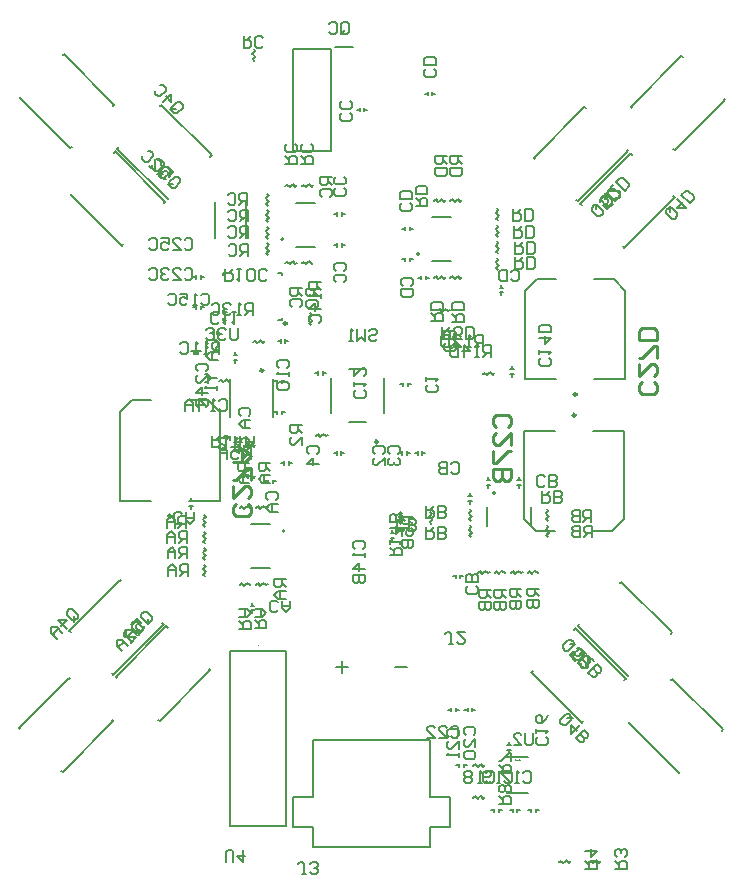
<source format=gbo>
G04*
G04 #@! TF.GenerationSoftware,Altium Limited,Altium Designer,25.8.1 (18)*
G04*
G04 Layer_Color=32896*
%FSLAX44Y44*%
%MOMM*%
G71*
G04*
G04 #@! TF.SameCoordinates,A8D3B3E1-CBBC-48C7-8EAF-3341E4FBDCCF*
G04*
G04*
G04 #@! TF.FilePolarity,Positive*
G04*
G01*
G75*
%ADD10C,0.2500*%
%ADD11C,0.2000*%
%ADD12C,0.2540*%
%ADD13C,0.1524*%
%ADD15C,0.1500*%
%ADD16C,0.1600*%
%ADD17C,0.1270*%
%ADD18C,0.1530*%
%ADD71C,0.1000*%
D10*
X-169438Y-85980D02*
G03*
X-169438Y-85980I-1250J0D01*
G01*
X-71838Y76914D02*
G03*
X-71838Y76914I-1250J0D01*
G01*
X173716Y16890D02*
G03*
X173716Y16890I-1250J0D01*
G01*
X-91714Y37294D02*
G03*
X-91714Y37294I-1250J0D01*
G01*
X5312Y-23244D02*
G03*
X5312Y-23244I-1250J0D01*
G01*
X172700Y-646D02*
G03*
X172700Y-646I-1250J0D01*
G01*
D11*
X-73372Y-98612D02*
G03*
X-73372Y-98612I-1000J0D01*
G01*
X-74412Y148266D02*
G03*
X-74412Y148266I-1000J0D01*
G01*
X104626Y-66549D02*
G03*
X104626Y-66549I-1000J0D01*
G01*
X40332Y135870D02*
G03*
X40332Y135870I-1000J0D01*
G01*
X-213188Y-72980D02*
X-186938D01*
X-154438D02*
X-128188D01*
Y2020D01*
X-213188Y-72980D02*
Y2020D01*
X-138188Y12020D02*
X-128188Y2020D01*
X-213188D02*
X-203188Y12020D01*
X-186938D01*
X-154438D02*
X-138188D01*
X-30902Y310824D02*
X-15902D01*
X-34402Y222724D02*
Y309224D01*
X-66402Y222724D02*
X-34402D01*
X-66402D02*
Y309224D01*
X-34402D01*
X129966Y29890D02*
X156216Y29890D01*
X188716D02*
X214966Y29890D01*
Y104890D01*
X129966Y29890D02*
Y104890D01*
X204966Y114890D02*
X214966Y104890D01*
X129966D02*
X139966Y114890D01*
X156216Y114890D01*
X188716D02*
X204966Y114890D01*
X-119714Y-2206D02*
Y29794D01*
X-83214Y-2206D02*
Y29794D01*
X10562Y1506D02*
Y31006D01*
X-19188Y38756D02*
X-4688D01*
X-34438Y1506D02*
Y31006D01*
X-19188Y-6244D02*
X-4688D01*
X187700Y-13646D02*
X213950D01*
X128950D02*
X155200D01*
X128950Y-88646D02*
Y-13646D01*
X213950Y-88646D02*
Y-13646D01*
X128950Y-88646D02*
X138950Y-98646D01*
X203950D02*
X213950Y-88646D01*
X187700Y-98646D02*
X203950Y-98646D01*
X138950D02*
X155200Y-98646D01*
X-120012Y-200230D02*
X-72012D01*
X-72012Y-348230D01*
X-120012D02*
X-72012D01*
X-120012D02*
X-120012Y-200230D01*
D12*
X-104271Y-75822D02*
X-101732Y-78362D01*
Y-83440D01*
X-104271Y-85979D01*
X-114428D01*
X-116967Y-83440D01*
Y-78362D01*
X-114428Y-75822D01*
X-116967Y-60587D02*
Y-70744D01*
X-106810Y-60587D01*
X-104271D01*
X-101732Y-63126D01*
Y-68205D01*
X-104271Y-70744D01*
X-101732Y-55509D02*
Y-45352D01*
X-104271D01*
X-114428Y-55509D01*
X-116967D01*
Y-40274D02*
X-106810D01*
X-101732Y-35195D01*
X-106810Y-30117D01*
X-116967D01*
X-109349D01*
Y-40274D01*
X238883Y27048D02*
X241422Y24509D01*
Y19430D01*
X238883Y16891D01*
X228726D01*
X226187Y19430D01*
Y24509D01*
X228726Y27048D01*
X226187Y42283D02*
Y32126D01*
X236344Y42283D01*
X238883D01*
X241422Y39744D01*
Y34665D01*
X238883Y32126D01*
X241422Y47361D02*
Y57518D01*
X238883D01*
X228726Y47361D01*
X226187D01*
X241422Y62596D02*
X226187D01*
Y70214D01*
X228726Y72753D01*
X238883D01*
X241422Y70214D01*
Y62596D01*
X105033Y-10804D02*
X102494Y-8264D01*
Y-3186D01*
X105033Y-647D01*
X115190D01*
X117729Y-3186D01*
Y-8264D01*
X115190Y-10804D01*
X117729Y-26039D02*
Y-15882D01*
X107572Y-26039D01*
X105033D01*
X102494Y-23500D01*
Y-18421D01*
X105033Y-15882D01*
X102494Y-31117D02*
Y-41274D01*
X105033D01*
X115190Y-31117D01*
X117729D01*
X102494Y-46352D02*
X117729D01*
Y-53970D01*
X115190Y-56509D01*
X112651D01*
X110112Y-53970D01*
Y-46352D01*
Y-53970D01*
X107572Y-56509D01*
X105033D01*
X102494Y-53970D01*
Y-46352D01*
D13*
X121885Y-292874D02*
G03*
X125511Y-292874I1813J2450D01*
G01*
X-218350Y221724D02*
X-217201Y222873D01*
X-211633Y142949D02*
X-210484Y144098D01*
X-175604Y178978D02*
X-174455Y180127D01*
X-217201Y222873D02*
X-174455Y180127D01*
X-254379Y185695D02*
X-253230Y186845D01*
X-254379Y185695D02*
X-211633Y142949D01*
X-261585Y303972D02*
X-260436Y305121D01*
X-254868Y225197D02*
X-253718Y226347D01*
X-218839Y261226D02*
X-217690Y262376D01*
X-260436Y305121D02*
X-217690Y262376D01*
X-297614Y267943D02*
X-296464Y269093D01*
X-297614Y267943D02*
X-254868Y225197D01*
X-179096Y260978D02*
X-177947Y262127D01*
X-172379Y182203D02*
X-171229Y183353D01*
X-136350Y218232D02*
X-135201Y219381D01*
X-177947Y262127D02*
X-135201Y219381D01*
X-215125Y224949D02*
X-213976Y226098D01*
X-215125Y224949D02*
X-172379Y182203D01*
X177926Y-260917D02*
X179076Y-259768D01*
X171209Y-182142D02*
X172358Y-180993D01*
X135180Y-218171D02*
X136329Y-217022D01*
X135180Y-218171D02*
X177926Y-260917D01*
X213955Y-224888D02*
X215104Y-223739D01*
X172358Y-180993D02*
X215104Y-223739D01*
X260415Y-303911D02*
X261565Y-302762D01*
X253698Y-225137D02*
X254847Y-223987D01*
X217669Y-261166D02*
X218818Y-260016D01*
X217669Y-261166D02*
X260415Y-303911D01*
X296444Y-267883D02*
X297593Y-266733D01*
X254847Y-223987D02*
X297593Y-266733D01*
X217180Y-221663D02*
X218330Y-220514D01*
X210463Y-142888D02*
X211612Y-141739D01*
X174434Y-178917D02*
X175584Y-177768D01*
X174434Y-178917D02*
X217180Y-221663D01*
X253209Y-185634D02*
X254359Y-184485D01*
X211612Y-141739D02*
X254359Y-184485D01*
X-255769Y-183048D02*
X-254619Y-184198D01*
X-176994Y-176331D02*
X-175844Y-177480D01*
X-213023Y-140302D02*
X-211873Y-141452D01*
X-255769Y-183048D02*
X-213023Y-140302D01*
X-219740Y-219077D02*
X-218590Y-220226D01*
X-175844Y-177480D01*
X-298763Y-265537D02*
X-297614Y-266686D01*
X-219988Y-258820D02*
X-218839Y-259969D01*
X-256017Y-222791D02*
X-254867Y-223940D01*
X-298763Y-265537D02*
X-256017Y-222791D01*
X-262734Y-301566D02*
X-261585Y-302715D01*
X-218839Y-259969D01*
X-216514Y-222302D02*
X-215365Y-223452D01*
X-137740Y-215585D02*
X-136590Y-216735D01*
X-173769Y-179556D02*
X-172619Y-180706D01*
X-216514Y-222302D02*
X-173769Y-179556D01*
X-180486Y-258331D02*
X-179336Y-259480D01*
X-136590Y-216735D01*
X219669Y260689D02*
X262415Y303435D01*
X263565Y302286D01*
X256848Y223511D02*
X299594Y266257D01*
X255698Y224660D02*
X256848Y223511D01*
X219669Y260689D02*
X220819Y259540D01*
X298444Y267406D02*
X299594Y266257D01*
X137421Y217454D02*
X180167Y260201D01*
X181316Y259051D01*
X174599Y180276D02*
X217345Y223022D01*
X173450Y181426D02*
X174599Y180276D01*
X137421Y217454D02*
X138570Y216305D01*
X216196Y224172D02*
X217345Y223022D01*
X176675Y178200D02*
X219421Y220946D01*
X220571Y219797D01*
X213853Y141022D02*
X256599Y183768D01*
X212704Y142172D02*
X213853Y141022D01*
X176675Y178200D02*
X177824Y177051D01*
X255450Y184918D02*
X256599Y183768D01*
X114935Y-290424D02*
X132461D01*
X114935Y-320904D02*
X132461D01*
D15*
X-126028Y117774D02*
Y119774D01*
X-123028D01*
X-76028Y117774D02*
Y119774D01*
X-79028D02*
X-76028D01*
X-126028Y79774D02*
Y81774D01*
Y79774D02*
X-123028D01*
X-76028D02*
Y81774D01*
X-79028Y79774D02*
X-76028D01*
D16*
X-74136Y-41164D02*
Y-39664D01*
X-70136Y-41164D02*
Y-39664D01*
Y-42664D02*
Y-41164D01*
X-74136Y-42664D02*
Y-41164D01*
X-70136D02*
X-67564D01*
X-76708D02*
X-74136D01*
X-142482Y-121730D02*
X-141085Y-123127D01*
X-142482Y-121730D02*
X-140196Y-119444D01*
X-141466Y-118174D02*
X-140196Y-119444D01*
X-141847Y-113221D02*
X-140450Y-114618D01*
X-142736Y-116904D02*
X-140450Y-114618D01*
X-142736Y-116904D02*
X-141466Y-118174D01*
X-142482Y-93790D02*
X-141085Y-95187D01*
X-142482Y-93790D02*
X-140196Y-91504D01*
X-141466Y-90234D02*
X-140196Y-91504D01*
X-141847Y-85281D02*
X-140450Y-86678D01*
X-142736Y-88964D02*
X-140450Y-86678D01*
X-142736Y-88964D02*
X-141466Y-90234D01*
X-142482Y-107760D02*
X-141085Y-109157D01*
X-142482Y-107760D02*
X-140196Y-105474D01*
X-141466Y-104204D02*
X-140196Y-105474D01*
X-141847Y-99251D02*
X-140450Y-100648D01*
X-142736Y-102934D02*
X-140450Y-100648D01*
X-142736Y-102934D02*
X-141466Y-104204D01*
X-154102Y-77292D02*
X-152602D01*
X-154102Y-73292D02*
X-152602D01*
X-151102D01*
X-152602Y-77292D02*
X-151102D01*
X-152602Y-73292D02*
Y-70720D01*
Y-79864D02*
Y-77292D01*
X-103326Y-52416D02*
X-102056Y-51146D01*
X-99770Y-53432D01*
X-98373Y-52035D01*
X-104596Y-53686D02*
X-103326Y-52416D01*
X-106882Y-51400D02*
X-104596Y-53686D01*
X-108279Y-52797D02*
X-106882Y-51400D01*
X-111621Y-78931D02*
X-110224Y-77534D01*
X-107938Y-79820D01*
X-106668Y-78550D01*
X-103112Y-79566D02*
X-101715Y-78169D01*
X-105398Y-77280D02*
X-103112Y-79566D01*
X-106668Y-78550D02*
X-105398Y-77280D01*
X-87344Y-56642D02*
Y-55142D01*
X-83344Y-56642D02*
Y-55142D01*
Y-58142D02*
Y-56642D01*
X-87344Y-58142D02*
Y-56642D01*
X-83344D02*
X-80772D01*
X-89916D02*
X-87344D01*
X-115765Y-19906D02*
X-113193D01*
X-122337D02*
X-119765D01*
X-115765D02*
Y-18406D01*
X-119765Y-19906D02*
Y-18406D01*
Y-21406D02*
Y-19906D01*
X-115765Y-21406D02*
Y-19906D01*
X-104596Y-27794D02*
X-103326Y-26524D01*
X-106882Y-25508D02*
X-104596Y-27794D01*
X-108279Y-26905D02*
X-106882Y-25508D01*
X-103326Y-26524D02*
X-102056Y-25254D01*
X-99770Y-27540D01*
X-98373Y-26143D01*
X-142482Y-135700D02*
X-141085Y-137097D01*
X-142482Y-135700D02*
X-140196Y-133414D01*
X-141466Y-132144D02*
X-140196Y-133414D01*
X-141847Y-127191D02*
X-140450Y-128588D01*
X-142736Y-130874D02*
X-140450Y-128588D01*
X-142736Y-130874D02*
X-141466Y-132144D01*
X-103112Y-144844D02*
X-101715Y-143447D01*
X-105398Y-142558D02*
X-103112Y-144844D01*
X-106668Y-143828D02*
X-105398Y-142558D01*
X-111621Y-144209D02*
X-110224Y-142812D01*
X-107938Y-145098D01*
X-106668Y-143828D01*
X-89396Y-144844D02*
X-87999Y-143447D01*
X-91682Y-142558D02*
X-89396Y-144844D01*
X-92952Y-143828D02*
X-91682Y-142558D01*
X-97905Y-144209D02*
X-96508Y-142812D01*
X-94222Y-145098D01*
X-92952Y-143828D01*
X-97905Y-78931D02*
X-96508Y-77534D01*
X-94222Y-79820D01*
X-92952Y-78550D01*
X-89396Y-79566D02*
X-87999Y-78169D01*
X-91682Y-77280D02*
X-89396Y-79566D01*
X-92952Y-78550D02*
X-91682Y-77280D01*
X-102338Y-165830D02*
X-100838D01*
X-102338Y-161830D02*
X-100838D01*
X-99338D01*
X-100838Y-165830D02*
X-99338D01*
X-100838Y-161830D02*
Y-159258D01*
Y-168402D02*
Y-165830D01*
X-52832Y82042D02*
X-51562Y80772D01*
X-52832Y82042D02*
X-50546Y84328D01*
X-51943Y85725D02*
X-50546Y84328D01*
X-51562Y80772D02*
X-50292Y79502D01*
X-52578Y77216D02*
X-50292Y79502D01*
X-52578Y77216D02*
X-51181Y75819D01*
X-89090Y150304D02*
X-87693Y148907D01*
X-89090Y150304D02*
X-86804Y152590D01*
X-88074Y153860D02*
X-86804Y152590D01*
X-88455Y158813D02*
X-87058Y157416D01*
X-89344Y155130D02*
X-87058Y157416D01*
X-89344Y155130D02*
X-88074Y153860D01*
X-144240Y116522D02*
X-141668D01*
X-150812D02*
X-148240D01*
X-144240D02*
Y118022D01*
X-148240Y116522D02*
Y118022D01*
Y115022D02*
Y116522D01*
X-144240Y115022D02*
Y116522D01*
X-89074Y164274D02*
X-87677Y162877D01*
X-89074Y164274D02*
X-86788Y166560D01*
X-88058Y167830D02*
X-86788Y166560D01*
X-88439Y172783D02*
X-87042Y171386D01*
X-89328Y169100D02*
X-87042Y171386D01*
X-89328Y169100D02*
X-88058Y167830D01*
X-89090Y178244D02*
X-87693Y176847D01*
X-89090Y178244D02*
X-86804Y180530D01*
X-88074Y181800D02*
X-86804Y180530D01*
X-88455Y186753D02*
X-87058Y185356D01*
X-89344Y183070D02*
X-87058Y185356D01*
X-89344Y183070D02*
X-88074Y181800D01*
X-89090Y136334D02*
X-87693Y134937D01*
X-89090Y136334D02*
X-86804Y138620D01*
X-88074Y139890D02*
X-86804Y138620D01*
X-88455Y144843D02*
X-87058Y143446D01*
X-89344Y141160D02*
X-87058Y143446D01*
X-89344Y141160D02*
X-88074Y139890D01*
X-144240Y90630D02*
X-141668D01*
X-150812D02*
X-148240D01*
X-144240D02*
Y92130D01*
X-148240Y90630D02*
Y92130D01*
Y89130D02*
Y90630D01*
X-144240Y89130D02*
Y90630D01*
X-6048Y256650D02*
Y258150D01*
X-10048Y256650D02*
Y258150D01*
Y259650D01*
X-6048Y258150D02*
Y259650D01*
X-12620Y258150D02*
X-10048D01*
X-6048D02*
X-3476D01*
X-99885Y309027D02*
X-98488Y307630D01*
X-100774Y305344D02*
X-98488Y307630D01*
X-100774Y305344D02*
X-99504Y304074D01*
X-100520Y300518D02*
X-99123Y299121D01*
X-100520Y300518D02*
X-98234Y302804D01*
X-99504Y304074D02*
X-98234Y302804D01*
X-64452Y192468D02*
X-63055Y193865D01*
X-66738Y194754D02*
X-64452Y192468D01*
X-68008Y193484D02*
X-66738Y194754D01*
X-72961Y193103D02*
X-71564Y194500D01*
X-69278Y192214D01*
X-68008Y193484D01*
X-59245Y127841D02*
X-57848Y129238D01*
X-55562Y126952D01*
X-54292Y128222D01*
X-50736Y127206D02*
X-49339Y128603D01*
X-53022Y129492D02*
X-50736Y127206D01*
X-54292Y128222D02*
X-53022Y129492D01*
X-50736Y192484D02*
X-49339Y193881D01*
X-53022Y194770D02*
X-50736Y192484D01*
X-54292Y193500D02*
X-53022Y194770D01*
X-59245Y193119D02*
X-57848Y194516D01*
X-55562Y192230D01*
X-54292Y193500D01*
X-72961Y127825D02*
X-71564Y129222D01*
X-69278Y126936D01*
X-68008Y128206D01*
X-64452Y127190D02*
X-63055Y128587D01*
X-66738Y129476D02*
X-64452Y127190D01*
X-68008Y128206D02*
X-66738Y129476D01*
X-24844Y168020D02*
Y169520D01*
X-28844Y168020D02*
Y169520D01*
Y171020D01*
X-24844Y169520D02*
Y171020D01*
X-31416Y169520D02*
X-28844D01*
X-24844D02*
X-22272D01*
X-28844Y143596D02*
Y145096D01*
X-24844Y143596D02*
Y145096D01*
Y142096D02*
Y143596D01*
X-28844Y142096D02*
Y143596D01*
X-24844D02*
X-22272D01*
X-31416D02*
X-28844D01*
X-124206Y28448D02*
X-122936Y29718D01*
X-120650Y27432D01*
X-119253Y28829D01*
X-125476Y27178D02*
X-124206Y28448D01*
X-127762Y29464D02*
X-125476Y27178D01*
X-129159Y28067D02*
X-127762Y29464D01*
X-95440Y61436D02*
X-94170Y62706D01*
X-91884Y60420D01*
X-90487Y61817D01*
X-96710Y60166D02*
X-95440Y61436D01*
X-98996Y62452D02*
X-96710Y60166D01*
X-100393Y61055D02*
X-98996Y62452D01*
X-130524Y69294D02*
X-127952D01*
X-137096D02*
X-134524D01*
X-130524D02*
Y70794D01*
X-134524Y69294D02*
Y70794D01*
Y67794D02*
Y69294D01*
X-130524Y67794D02*
Y69294D01*
X-115252Y50466D02*
Y53038D01*
Y43894D02*
Y46466D01*
X-116752Y50466D02*
X-115252D01*
X-116752Y46466D02*
X-115252D01*
X-113752D01*
X-115252Y50466D02*
X-113752D01*
X-72930Y60476D02*
Y61976D01*
X-76930Y60476D02*
Y61976D01*
X-76930Y63476D01*
X-72930D02*
X-72930Y61976D01*
X-79502D02*
X-76930D01*
X-72930D02*
X-70358D01*
X-150526Y53292D02*
Y54792D01*
X-146526Y53292D02*
Y54792D01*
Y51792D02*
Y53292D01*
X-150526Y51792D02*
Y53292D01*
X-146526D02*
X-143954D01*
X-153098D02*
X-150526D01*
X17780Y-100362D02*
Y-97790D01*
Y-106934D02*
Y-104362D01*
X16280Y-100362D02*
X17780Y-100362D01*
X16280Y-104362D02*
X17780Y-104362D01*
X19280Y-104362D01*
X17780Y-100362D02*
X19280Y-100362D01*
X-29500Y-32512D02*
Y-31012D01*
X-25500Y-32512D02*
Y-31012D01*
Y-34012D02*
Y-32512D01*
X-29500Y-34012D02*
Y-32512D01*
X-25500D02*
X-22928D01*
X-32072D02*
X-29500D01*
X71342Y-251436D02*
Y-249936D01*
X67342Y-251436D02*
Y-249936D01*
Y-248436D01*
X71342Y-249936D02*
Y-248436D01*
X64770Y-249936D02*
X67342D01*
X71342D02*
X73914D01*
X85312Y-251436D02*
Y-249936D01*
X81312Y-251436D02*
Y-249936D01*
Y-248436D01*
X85312Y-249936D02*
Y-248436D01*
X78740Y-249936D02*
X81312D01*
X85312D02*
X87884D01*
X148461Y-80176D02*
X149858Y-81573D01*
X147572Y-83859D02*
X149858Y-81573D01*
X147572Y-83859D02*
X148842Y-85129D01*
X147826Y-88685D02*
X149223Y-90082D01*
X147826Y-88685D02*
X150112Y-86399D01*
X148842Y-85129D02*
X150112Y-86399D01*
X140714Y-134659D02*
X142111Y-133262D01*
X138428Y-132373D02*
X140714Y-134659D01*
X137158Y-133643D02*
X138428Y-132373D01*
X132205Y-134024D02*
X133602Y-132627D01*
X135888Y-134913D01*
X137158Y-133643D01*
X126744Y-134659D02*
X128141Y-133262D01*
X124458Y-132373D02*
X126744Y-134659D01*
X123188Y-133643D02*
X124458Y-132373D01*
X118235Y-134024D02*
X119632Y-132627D01*
X121918Y-134913D01*
X123188Y-133643D01*
X82064Y-73413D02*
X83564D01*
X82064Y-69413D02*
X83564D01*
X85064D01*
X83564Y-73413D02*
X85064D01*
X83564Y-69413D02*
Y-66841D01*
Y-75985D02*
Y-73413D01*
X82548Y-88685D02*
X83945Y-90082D01*
X82548Y-88685D02*
X84834Y-86399D01*
X83564Y-85129D02*
X84834Y-86399D01*
X83183Y-80176D02*
X84580Y-81573D01*
X82294Y-83859D02*
X84580Y-81573D01*
X82294Y-83859D02*
X83564Y-85129D01*
X98804Y-134659D02*
X100201Y-133262D01*
X96518Y-132373D02*
X98804Y-134659D01*
X95248Y-133643D02*
X96518Y-132373D01*
X90295Y-134024D02*
X91692Y-132627D01*
X93978Y-134913D01*
X95248Y-133643D01*
X112774Y-134659D02*
X114171Y-133262D01*
X110488Y-132373D02*
X112774Y-134659D01*
X109218Y-133643D02*
X110488Y-132373D01*
X104265Y-134024D02*
X105662Y-132627D01*
X107948Y-134913D01*
X109218Y-133643D01*
X123466Y-59697D02*
X124966D01*
X123466Y-55697D02*
X124966D01*
X126466D01*
X124966Y-59697D02*
X126466D01*
X124966Y-55697D02*
Y-53125D01*
Y-62269D02*
Y-59697D01*
X99058Y-55697D02*
X100558D01*
X99058Y-59697D02*
X100558D01*
X97558D02*
X99058D01*
X97558Y-55697D02*
X99058D01*
Y-62269D02*
Y-59697D01*
Y-55697D02*
Y-53125D01*
X82548Y-102401D02*
X83945Y-103798D01*
X82548Y-102401D02*
X84834Y-100115D01*
X83564Y-98845D02*
X84834Y-100115D01*
X83183Y-93892D02*
X84580Y-95289D01*
X82294Y-97575D02*
X84580Y-95289D01*
X82294Y-97575D02*
X83564Y-98845D01*
X148461Y-93892D02*
X149858Y-95289D01*
X147572Y-97575D02*
X149858Y-95289D01*
X147572Y-97575D02*
X148842Y-98845D01*
X147826Y-102401D02*
X149223Y-103798D01*
X147826Y-102401D02*
X150112Y-100115D01*
X148842Y-98845D02*
X150112Y-100115D01*
X75166Y-138699D02*
Y-137199D01*
X71166Y-138699D02*
Y-137199D01*
Y-135699D01*
X75166Y-137199D02*
Y-135699D01*
X68594Y-137199D02*
X71166D01*
X75166D02*
X77738D01*
X49020Y-86653D02*
X50290Y-87923D01*
X49020Y-86653D02*
X51306Y-84367D01*
X49909Y-82970D02*
X51306Y-84367D01*
X50290Y-87923D02*
X51560Y-89193D01*
X49274Y-91479D02*
X51560Y-89193D01*
X49274Y-91479D02*
X50671Y-92876D01*
X24398Y-87923D02*
X25668Y-89193D01*
X23382Y-91479D02*
X25668Y-89193D01*
X23382Y-91479D02*
X24779Y-92876D01*
X23128Y-86653D02*
X24398Y-87923D01*
X23128Y-86653D02*
X25414Y-84367D01*
X24017Y-82970D02*
X25414Y-84367D01*
X39132Y-32512D02*
Y-31012D01*
X43132Y-31012D02*
X43132Y-32512D01*
X43132Y-34012D01*
X39132Y-32512D02*
X39132Y-34012D01*
X43132Y-32512D02*
X45704Y-32512D01*
X36560Y-32512D02*
X39132D01*
X26178Y-32512D02*
X26178Y-31012D01*
X30178D02*
X30178Y-32512D01*
X30178Y-34012D02*
X30178Y-32512D01*
X26178D02*
X26178Y-34012D01*
X30178Y-32512D02*
X32750D01*
X23606D02*
X26178D01*
X184023Y-379095D02*
X185420Y-377698D01*
X187706Y-379984D01*
X188976Y-378714D01*
X192532Y-379730D02*
X193929Y-378333D01*
X190246Y-377444D02*
X192532Y-379730D01*
X188976Y-378714D02*
X190246Y-377444D01*
X158623Y-379095D02*
X160020Y-377698D01*
X162306Y-379984D01*
X163576Y-378714D01*
X167132Y-379730D02*
X168529Y-378333D01*
X164846Y-377444D02*
X167132Y-379730D01*
X163576Y-378714D02*
X164846Y-377444D01*
X28480Y131302D02*
Y132802D01*
X32480Y131302D02*
Y132802D01*
X32480Y129802D02*
X32480Y131302D01*
X28480D02*
X28480Y129802D01*
X32480Y131302D02*
X35052D01*
X25908D02*
X28480D01*
X64770Y87376D02*
X66167Y88773D01*
X62484Y89662D02*
X64770Y87376D01*
X61214Y88392D02*
X62484Y89662D01*
X56261Y88011D02*
X57658Y89408D01*
X59944Y87122D01*
X61214Y88392D01*
X64897Y56769D02*
X66294Y58166D01*
X68580Y55880D01*
X69850Y57150D01*
X73406Y56134D02*
X74803Y57531D01*
X71120Y58420D02*
X73406Y56134D01*
X69850Y57150D02*
X71120Y58420D01*
X117372Y34068D02*
X118872Y34068D01*
X117372Y38068D02*
X118872Y38068D01*
X120372Y38068D01*
X118872Y34068D02*
X120372Y34068D01*
X118872Y38068D02*
Y40640D01*
Y31496D02*
Y34068D01*
X94107Y33909D02*
X95504Y35306D01*
X97790Y33020D01*
X99060Y34290D01*
X102616Y33274D02*
X104013Y34671D01*
X100330Y35560D02*
X102616Y33274D01*
X99060Y34290D02*
X100330Y35560D01*
X109982Y107410D02*
Y109982D01*
Y100838D02*
Y103410D01*
X108482Y107410D02*
X109982Y107410D01*
X108482Y103410D02*
X109982Y103410D01*
X111482Y103410D01*
X109982Y107410D02*
X111482Y107410D01*
X106426Y155432D02*
X107696Y154162D01*
X105410Y151876D02*
X107696Y154162D01*
X105410Y151876D02*
X106807Y150479D01*
X105156Y156702D02*
X106426Y155432D01*
X105156Y156702D02*
X107442Y158988D01*
X106045Y160385D02*
X107442Y158988D01*
X106426Y127492D02*
X107696Y126222D01*
X105410Y123936D02*
X107696Y126222D01*
X105410Y123936D02*
X106807Y122539D01*
X105156Y128762D02*
X106426Y127492D01*
X105156Y128762D02*
X107442Y131048D01*
X106045Y132445D02*
X107442Y131048D01*
X106426Y141462D02*
X107696Y140192D01*
X105410Y137906D02*
X107696Y140192D01*
X105410Y137906D02*
X106807Y136509D01*
X105156Y142732D02*
X106426Y141462D01*
X105156Y142732D02*
X107442Y145018D01*
X106045Y146415D02*
X107442Y145018D01*
X116586Y-286766D02*
Y-284194D01*
Y-280194D02*
Y-277622D01*
Y-284194D02*
X118086D01*
X116586Y-280194D02*
X118086Y-280194D01*
X115086D02*
X116586Y-280194D01*
X115086Y-284194D02*
X116586D01*
X139160Y-335280D02*
X141732D01*
X132588D02*
X135160D01*
X139160Y-333780D02*
X139160Y-335280D01*
X135160D02*
Y-333780D01*
Y-336780D02*
Y-335280D01*
X139160Y-336780D02*
X139160Y-335280D01*
X107918D02*
X110490D01*
X101346D02*
X103918D01*
X107918D02*
Y-333780D01*
X103918Y-333780D02*
X103918Y-335280D01*
X103918Y-336780D02*
X103918Y-335280D01*
X107918D02*
X107918Y-336780D01*
X123570Y-335280D02*
X126142Y-335280D01*
X116998D02*
X119570D01*
X123570Y-333780D02*
X123570Y-335280D01*
X119570Y-335280D02*
Y-333780D01*
Y-336780D02*
Y-335280D01*
X123570Y-336780D02*
Y-335280D01*
X78454Y-297248D02*
X81026D01*
X71882D02*
X74454D01*
X78454Y-295748D02*
X78454Y-297248D01*
X74454D02*
Y-295748D01*
Y-297248D02*
X74454Y-298748D01*
X78454D02*
X78454Y-297248D01*
X30956Y25400D02*
X33528Y25400D01*
X24384D02*
X26956D01*
X30956Y26900D02*
X30956Y25400D01*
X26956Y25400D02*
X26956Y26900D01*
X26956Y25400D02*
X26956Y23900D01*
X30956D02*
X30956Y25400D01*
X-82572Y27924D02*
X-80000D01*
X-76000D02*
X-73428D01*
X-80000D02*
X-80000Y26424D01*
X-76000D02*
X-76000Y27924D01*
Y29424D01*
X-80000Y27924D02*
Y29424D01*
X-40926Y35052D02*
X-38354D01*
X-47498D02*
X-44926Y35052D01*
X-40926Y36552D02*
X-40926Y35052D01*
X-44926Y35052D02*
X-44926Y36552D01*
X-44926Y35052D02*
X-44926Y33552D01*
X-40926D02*
X-40926Y35052D01*
X-76000Y1794D02*
X-73428D01*
X-82572D02*
X-80000D01*
X-76000Y3294D02*
X-76000Y1794D01*
X-80000D02*
X-80000Y3294D01*
X-80000Y1794D02*
X-80000Y294D01*
X-76000D02*
X-76000Y1794D01*
X91186Y-297282D02*
X92456Y-296012D01*
X94742Y-298298D01*
X96139Y-296901D01*
X89916Y-298552D02*
X91186Y-297282D01*
X87630Y-296266D02*
X89916Y-298552D01*
X86233Y-297663D02*
X87630Y-296266D01*
X91186Y-324190D02*
X92456Y-322920D01*
X94742Y-325206D01*
X96139Y-323809D01*
X89916Y-325460D02*
X91186Y-324190D01*
X87630Y-323174D02*
X89916Y-325460D01*
X86233Y-324571D02*
X87630Y-323174D01*
X-43180Y-18796D02*
X-41910Y-17526D01*
X-45466Y-16510D02*
X-43180Y-18796D01*
X-46863Y-17907D02*
X-45466Y-16510D01*
X-41910Y-17526D02*
X-40640Y-16256D01*
X-38354Y-18542D01*
X-36957Y-17145D01*
X51618Y271610D02*
X54190D01*
X45046D02*
X47618D01*
X51618Y273110D02*
X51618Y271610D01*
X47618D02*
X47618Y273110D01*
X47618Y271610D02*
X47618Y270110D01*
X51618Y270110D02*
X51618Y271610D01*
X32480Y157210D02*
X35052Y157210D01*
X25908Y157210D02*
X28480Y157210D01*
X32480Y158710D02*
X32480Y157210D01*
X28480Y157210D02*
X28480Y158710D01*
X28480Y157210D02*
X28480Y155710D01*
X32480Y155710D02*
X32480Y157210D01*
X46196Y115808D02*
X48768D01*
X39624D02*
X42196D01*
X46196Y117308D02*
X46196Y115808D01*
X42196D02*
X42196Y117308D01*
X42196Y114308D02*
Y115808D01*
X46196Y114308D02*
Y115808D01*
X106426Y169402D02*
X107696Y168132D01*
X105410Y165846D02*
X107696Y168132D01*
X105410Y165846D02*
X106807Y164449D01*
X105156Y170672D02*
X106426Y169402D01*
X105156Y170672D02*
X107442Y172958D01*
X106045Y174355D02*
X107442Y172958D01*
X71628Y181086D02*
X72898Y182356D01*
X75184Y180070D01*
X76581Y181467D01*
X70358Y179816D02*
X71628Y181086D01*
X68072Y182102D02*
X70358Y179816D01*
X66675Y180705D02*
X68072Y182102D01*
X57912Y181086D02*
X59182Y182356D01*
X61468Y180070D01*
X62865Y181467D01*
X56642Y179816D02*
X57912Y181086D01*
X54356Y182102D02*
X56642Y179816D01*
X52959Y180705D02*
X54356Y182102D01*
X56642Y114538D02*
X57912Y115808D01*
X54356Y116824D02*
X56642Y114538D01*
X52959Y115427D02*
X54356Y116824D01*
X57912Y115808D02*
X59182Y117078D01*
X61468Y114792D01*
X62865Y116189D01*
X70358Y114538D02*
X71628Y115808D01*
X68072Y116824D02*
X70358Y114538D01*
X66675Y115427D02*
X68072Y116824D01*
X71628Y115808D02*
X72898Y117078D01*
X75184Y114792D01*
X76581Y116189D01*
D17*
X-102222Y-92472D02*
X-86222D01*
X-102222Y-129652D02*
X-86222D01*
X-106116Y149776D02*
Y180176D01*
X-132516Y149776D02*
Y180176D01*
X-63562Y142126D02*
X-47562D01*
X-63562Y179306D02*
X-47562D01*
X97486Y-94399D02*
Y-78399D01*
X134666Y-94399D02*
Y-78399D01*
X51182Y166910D02*
X67182D01*
X51182Y129730D02*
X67182D01*
X-30000Y-214050D02*
X-20000D01*
X-25000Y-219050D02*
Y-209050D01*
X20000Y-214050D02*
X30000D01*
X-49500Y-276050D02*
X49500D01*
X-49500D02*
X-49500Y-324050D01*
X-66500Y-324050D02*
X-49500Y-324050D01*
X-66500Y-349050D02*
Y-324050D01*
Y-349050D02*
X-49500Y-349050D01*
Y-366050D02*
Y-349050D01*
Y-366050D02*
X49500D01*
Y-349050D01*
X66500Y-349050D01*
Y-324050D01*
X49500Y-324050D02*
X66500Y-324050D01*
X49500Y-324050D02*
X49500Y-276050D01*
D18*
X-87699Y-72770D02*
X-89365Y-71104D01*
Y-67771D01*
X-87699Y-66105D01*
X-81035D01*
X-79369Y-67771D01*
Y-71104D01*
X-81035Y-72770D01*
X-79369Y-76102D02*
X-86033D01*
X-89365Y-79434D01*
X-86033Y-82767D01*
X-79369D01*
X-84367D01*
Y-76102D01*
X-155995Y-121918D02*
Y-111922D01*
X-160994D01*
X-162660Y-113588D01*
Y-116920D01*
X-160994Y-118586D01*
X-155995D01*
X-159328D02*
X-162660Y-121918D01*
X-165992D02*
Y-115254D01*
X-169324Y-111922D01*
X-172657Y-115254D01*
Y-121918D01*
Y-116920D01*
X-165992D01*
X-156757Y-96010D02*
Y-86014D01*
X-161756D01*
X-163422Y-87680D01*
Y-91012D01*
X-161756Y-92678D01*
X-156757D01*
X-160090D02*
X-163422Y-96010D01*
X-166754D02*
Y-89346D01*
X-170086Y-86014D01*
X-173419Y-89346D01*
Y-96010D01*
Y-91012D01*
X-166754D01*
X-156503Y-108710D02*
Y-98714D01*
X-161502D01*
X-163168Y-100380D01*
Y-103712D01*
X-161502Y-105378D01*
X-156503D01*
X-159836D02*
X-163168Y-108710D01*
X-166500D02*
Y-102046D01*
X-169832Y-98714D01*
X-173165Y-102046D01*
Y-108710D01*
Y-103712D01*
X-166500D01*
X-160599Y-90784D02*
X-162265Y-92450D01*
X-165597D01*
X-167263Y-90784D01*
Y-84120D01*
X-165597Y-82454D01*
X-162265D01*
X-160599Y-84120D01*
X-157266Y-82454D02*
Y-89118D01*
X-153934Y-92450D01*
X-150602Y-89118D01*
Y-82454D01*
Y-87452D01*
X-157266D01*
X-101935Y-37618D02*
Y-27622D01*
X-106933D01*
X-108600Y-29288D01*
Y-32620D01*
X-106933Y-34286D01*
X-101935D01*
X-105267D02*
X-108600Y-37618D01*
X-118596Y-27622D02*
X-111932D01*
Y-32620D01*
X-115264Y-30954D01*
X-116930D01*
X-118596Y-32620D01*
Y-35952D01*
X-116930Y-37618D01*
X-113598D01*
X-111932Y-35952D01*
X-121929Y-37618D02*
Y-30954D01*
X-125261Y-27622D01*
X-128593Y-30954D01*
Y-37618D01*
Y-32620D01*
X-121929D01*
X-103448Y-41279D02*
X-113444D01*
Y-46278D01*
X-111778Y-47944D01*
X-108446D01*
X-106780Y-46278D01*
Y-41279D01*
Y-44612D02*
X-103448Y-47944D01*
Y-51276D02*
X-110112D01*
X-113444Y-54608D01*
X-110112Y-57941D01*
X-103448D01*
X-108446D01*
Y-51276D01*
X-110774Y-1144D02*
X-112440Y522D01*
Y3855D01*
X-110774Y5521D01*
X-104110D01*
X-102444Y3855D01*
Y522D01*
X-104110Y-1144D01*
X-102444Y-4476D02*
X-109108D01*
X-112440Y-7808D01*
X-109108Y-11141D01*
X-102444D01*
X-107442D01*
Y-4476D01*
X-129405Y11491D02*
X-127739Y13157D01*
X-124407D01*
X-122741Y11491D01*
Y4826D01*
X-124407Y3160D01*
X-127739D01*
X-129405Y4826D01*
X-132738Y3160D02*
X-136070D01*
X-134404D01*
Y13157D01*
X-132738Y11491D01*
X-146067Y3160D02*
Y13157D01*
X-141068Y8159D01*
X-147733D01*
X-151065Y3160D02*
Y9825D01*
X-154397Y13157D01*
X-157730Y9825D01*
Y3160D01*
Y8159D01*
X-151065D01*
X-134790Y-17970D02*
Y-27966D01*
X-129792D01*
X-128126Y-26300D01*
Y-22968D01*
X-129792Y-21302D01*
X-134790D01*
X-131458D02*
X-128126Y-17970D01*
X-124794D02*
X-121461D01*
X-123127D01*
Y-27966D01*
X-124794Y-26300D01*
X-111465Y-17970D02*
Y-27966D01*
X-116463Y-22968D01*
X-109798D01*
X-106466Y-17970D02*
Y-24634D01*
X-103134Y-27966D01*
X-99802Y-24634D01*
Y-17970D01*
Y-22968D01*
X-106466D01*
X-155233Y-136904D02*
Y-126908D01*
X-160232D01*
X-161898Y-128574D01*
Y-131906D01*
X-160232Y-133572D01*
X-155233D01*
X-158566D02*
X-161898Y-136904D01*
X-165230D02*
Y-130240D01*
X-168562Y-126908D01*
X-171895Y-130240D01*
Y-136904D01*
Y-131906D01*
X-165230D01*
X-111920Y-181639D02*
X-101924D01*
Y-176640D01*
X-103590Y-174974D01*
X-106922D01*
X-108588Y-176640D01*
Y-181639D01*
Y-178307D02*
X-111920Y-174974D01*
Y-171642D02*
X-105256D01*
X-101924Y-168310D01*
X-105256Y-164977D01*
X-111920D01*
X-106922D01*
Y-171642D01*
X-98966Y-181131D02*
X-88970D01*
Y-176132D01*
X-90636Y-174466D01*
X-93968D01*
X-95634Y-176132D01*
Y-181131D01*
Y-177799D02*
X-98966Y-174466D01*
Y-171134D02*
X-92302D01*
X-88970Y-167802D01*
X-92302Y-164469D01*
X-98966D01*
X-93968D01*
Y-171134D01*
X-72460Y-139577D02*
X-82457D01*
Y-144576D01*
X-80790Y-146242D01*
X-77458D01*
X-75792Y-144576D01*
Y-139577D01*
Y-142910D02*
X-72460Y-146242D01*
Y-149574D02*
X-79124D01*
X-82457Y-152906D01*
X-79124Y-156239D01*
X-72460D01*
X-77458D01*
Y-149574D01*
X-85668Y-41533D02*
X-95665D01*
Y-46532D01*
X-93998Y-48198D01*
X-90666D01*
X-89000Y-46532D01*
Y-41533D01*
Y-44866D02*
X-85668Y-48198D01*
Y-51530D02*
X-92332D01*
X-95665Y-54862D01*
X-92332Y-58195D01*
X-85668D01*
X-90666D01*
Y-51530D01*
X-79120Y-165892D02*
X-80786Y-167558D01*
X-84118D01*
X-85785Y-165892D01*
Y-159228D01*
X-84118Y-157562D01*
X-80786D01*
X-79120Y-159228D01*
X-75788Y-157562D02*
Y-164226D01*
X-72456Y-167558D01*
X-69123Y-164226D01*
Y-157562D01*
Y-162560D01*
X-75788D01*
X-171287Y196670D02*
X-166575Y201383D01*
X-164219D01*
X-161863Y199026D01*
Y196670D01*
X-166575Y191957D01*
X-168931D01*
X-171287Y194314D01*
X-167753Y195492D02*
X-172466D01*
X-171287Y194314D02*
Y196670D01*
X-172466Y209629D02*
X-167753Y204917D01*
X-171287Y201383D01*
X-172466Y204917D01*
X-173644Y206095D01*
X-176000D01*
X-178356Y203739D01*
Y201383D01*
X-176000Y199026D01*
X-173644D01*
X-180713Y215520D02*
X-178356Y215520D01*
X-176000Y213164D01*
Y210808D01*
X-180713Y206095D01*
X-183069D01*
X-185425Y208451D01*
X-185425Y210808D01*
X-169326Y259752D02*
X-164614Y264464D01*
X-162258D01*
X-159901Y262108D01*
Y259752D01*
X-164614Y255039D01*
X-166970D01*
X-169326Y257395D01*
X-165792Y258573D02*
X-170504D01*
X-169326Y257395D02*
Y259752D01*
X-176395Y264464D02*
X-169326Y271533D01*
Y264464D01*
X-174039Y269177D01*
X-178751Y278602D02*
X-176395Y278602D01*
X-174039Y276245D01*
Y273889D01*
X-178751Y269177D01*
X-181108D01*
X-183464Y271533D01*
X-183464Y273889D01*
X-180160Y204490D02*
X-175448Y209202D01*
X-173092D01*
X-170735Y206846D01*
Y204490D01*
X-175448Y199777D01*
X-177804D01*
X-180160Y202134D01*
X-176626Y203312D02*
X-181338D01*
X-180160Y202134D02*
Y204490D01*
X-188407Y210380D02*
X-183695Y205668D01*
Y215093D01*
X-182517Y216271D01*
X-180160Y216271D01*
X-177804Y213915D01*
Y211558D01*
X-189585Y223340D02*
X-187229Y223340D01*
X-184873Y220984D01*
Y218627D01*
X-189585Y213915D01*
X-191942D01*
X-194298Y216271D01*
X-194298Y218627D01*
X-43008Y112236D02*
X-53004D01*
Y107238D01*
X-51338Y105572D01*
X-48006D01*
X-46340Y107238D01*
Y112236D01*
Y108904D02*
X-43008Y105572D01*
Y102240D02*
Y98907D01*
Y100573D01*
X-53004D01*
X-51338Y102240D01*
X-43008Y88911D02*
X-53004D01*
X-48006Y93909D01*
Y87244D01*
X-51338Y77248D02*
X-53004Y78914D01*
Y82246D01*
X-51338Y83912D01*
X-44674D01*
X-43008Y82246D01*
Y78914D01*
X-44674Y77248D01*
X-123738Y122860D02*
Y112863D01*
X-118740D01*
X-117073Y114529D01*
Y117861D01*
X-118740Y119528D01*
X-123738D01*
X-120406D02*
X-117073Y122860D01*
X-113741D02*
X-110409D01*
X-112075D01*
Y112863D01*
X-113741Y114529D01*
X-105411D02*
X-103744Y112863D01*
X-100412D01*
X-98746Y114529D01*
Y121194D01*
X-100412Y122860D01*
X-103744D01*
X-105411Y121194D01*
Y114529D01*
X-88749D02*
X-90415Y112863D01*
X-93748D01*
X-95414Y114529D01*
Y121194D01*
X-93748Y122860D01*
X-90415D01*
X-88749Y121194D01*
X-104635Y149132D02*
Y159128D01*
X-109634D01*
X-111300Y157462D01*
Y154130D01*
X-109634Y152464D01*
X-104635D01*
X-107968D02*
X-111300Y149132D01*
X-121297Y157462D02*
X-119630Y159128D01*
X-116298D01*
X-114632Y157462D01*
Y150798D01*
X-116298Y149132D01*
X-119630D01*
X-121297Y150798D01*
X-158317Y147919D02*
X-156651Y149585D01*
X-153319D01*
X-151652Y147919D01*
Y141254D01*
X-153319Y139588D01*
X-156651D01*
X-158317Y141254D01*
X-168314Y139588D02*
X-161649D01*
X-168314Y146253D01*
Y147919D01*
X-166648Y149585D01*
X-163315D01*
X-161649Y147919D01*
X-178311Y149585D02*
X-171646D01*
Y144587D01*
X-174978Y146253D01*
X-176644D01*
X-178311Y144587D01*
Y141254D01*
X-176644Y139588D01*
X-173312D01*
X-171646Y141254D01*
X-188307Y147919D02*
X-186641Y149585D01*
X-183309D01*
X-181643Y147919D01*
Y141254D01*
X-183309Y139588D01*
X-186641D01*
X-188307Y141254D01*
X-104635Y163356D02*
Y173352D01*
X-109634D01*
X-111300Y171686D01*
Y168354D01*
X-109634Y166688D01*
X-104635D01*
X-107968D02*
X-111300Y163356D01*
X-121297Y171686D02*
X-119630Y173352D01*
X-116298D01*
X-114632Y171686D01*
Y165022D01*
X-116298Y163356D01*
X-119630D01*
X-121297Y165022D01*
X-105143Y177580D02*
Y187576D01*
X-110142D01*
X-111808Y185910D01*
Y182578D01*
X-110142Y180912D01*
X-105143D01*
X-108476D02*
X-111808Y177580D01*
X-121805Y185910D02*
X-120139Y187576D01*
X-116806D01*
X-115140Y185910D01*
Y179246D01*
X-116806Y177580D01*
X-120139D01*
X-121805Y179246D01*
X-104381Y134400D02*
Y144396D01*
X-109380D01*
X-111046Y142730D01*
Y139398D01*
X-109380Y137732D01*
X-104381D01*
X-107714D02*
X-111046Y134400D01*
X-121043Y142730D02*
X-119376Y144396D01*
X-116044D01*
X-114378Y142730D01*
Y136066D01*
X-116044Y134400D01*
X-119376D01*
X-121043Y136066D01*
X-113353Y73276D02*
Y64946D01*
X-115019Y63280D01*
X-118351D01*
X-120017Y64946D01*
Y73276D01*
X-123350Y71610D02*
X-125016Y73276D01*
X-128348D01*
X-130014Y71610D01*
Y69944D01*
X-128348Y68278D01*
X-126682D01*
X-128348D01*
X-130014Y66612D01*
Y64946D01*
X-128348Y63280D01*
X-125016D01*
X-123350Y64946D01*
X-140011Y71610D02*
X-138345Y73276D01*
X-135013D01*
X-133347Y71610D01*
Y64946D01*
X-135013Y63280D01*
X-138345D01*
X-140011Y64946D01*
X-158317Y122027D02*
X-156651Y123693D01*
X-153319D01*
X-151652Y122027D01*
Y115362D01*
X-153319Y113696D01*
X-156651D01*
X-158317Y115362D01*
X-168314Y113696D02*
X-161649D01*
X-168314Y120361D01*
Y122027D01*
X-166648Y123693D01*
X-163315D01*
X-161649Y122027D01*
X-171646D02*
X-173312Y123693D01*
X-176644D01*
X-178311Y122027D01*
Y120361D01*
X-176644Y118695D01*
X-174978D01*
X-176644D01*
X-178311Y117028D01*
Y115362D01*
X-176644Y113696D01*
X-173312D01*
X-171646Y115362D01*
X-188307Y122027D02*
X-186641Y123693D01*
X-183309D01*
X-181643Y122027D01*
Y115362D01*
X-183309Y113696D01*
X-186641D01*
X-188307Y115362D01*
X-17924Y254960D02*
X-16258Y253294D01*
Y249961D01*
X-17924Y248295D01*
X-24588D01*
X-26254Y249961D01*
Y253294D01*
X-24588Y254960D01*
X-17924Y264956D02*
X-16258Y263290D01*
Y259958D01*
X-17924Y258292D01*
X-24588D01*
X-26254Y259958D01*
Y263290D01*
X-24588Y264956D01*
X-108343Y320164D02*
Y310168D01*
X-103344D01*
X-101678Y311834D01*
Y315166D01*
X-103344Y316832D01*
X-108343D01*
X-105010D02*
X-101678Y320164D01*
X-91681Y311834D02*
X-93348Y310168D01*
X-96680D01*
X-98346Y311834D01*
Y318498D01*
X-96680Y320164D01*
X-93348D01*
X-91681Y318498D01*
X-33292Y200815D02*
X-43288D01*
Y195816D01*
X-41622Y194150D01*
X-38290D01*
X-36624Y195816D01*
Y200815D01*
Y197482D02*
X-33292Y194150D01*
X-41622Y184153D02*
X-43288Y185819D01*
Y189152D01*
X-41622Y190818D01*
X-34958D01*
X-33292Y189152D01*
Y185819D01*
X-34958Y184153D01*
X-73260Y212347D02*
X-63264D01*
Y217346D01*
X-64930Y219012D01*
X-68262D01*
X-69928Y217346D01*
Y212347D01*
Y215680D02*
X-73260Y219012D01*
X-64930Y229009D02*
X-63264Y227342D01*
Y224010D01*
X-64930Y222344D01*
X-71594D01*
X-73260Y224010D01*
Y227342D01*
X-71594Y229009D01*
X-45484Y106581D02*
X-55480D01*
Y101582D01*
X-53814Y99916D01*
X-50482D01*
X-48816Y101582D01*
Y106581D01*
Y103248D02*
X-45484Y99916D01*
X-53814Y89919D02*
X-55480Y91586D01*
Y94918D01*
X-53814Y96584D01*
X-47150D01*
X-45484Y94918D01*
Y91586D01*
X-47150Y89919D01*
X-59544Y212093D02*
X-49548D01*
Y217092D01*
X-51214Y218758D01*
X-54546D01*
X-56212Y217092D01*
Y212093D01*
Y215426D02*
X-59544Y218758D01*
X-51214Y228755D02*
X-49548Y227089D01*
Y223756D01*
X-51214Y222090D01*
X-57878D01*
X-59544Y223756D01*
Y227089D01*
X-57878Y228755D01*
X-58676Y107327D02*
X-68672D01*
Y102328D01*
X-67006Y100662D01*
X-63674D01*
X-62008Y102328D01*
Y107327D01*
Y103994D02*
X-58676Y100662D01*
X-67006Y90665D02*
X-68672Y92331D01*
Y95664D01*
X-67006Y97330D01*
X-60342D01*
X-58676Y95664D01*
Y92331D01*
X-60342Y90665D01*
X-23274Y191326D02*
X-21608Y189660D01*
Y186327D01*
X-23274Y184661D01*
X-29938D01*
X-31604Y186327D01*
Y189660D01*
X-29938Y191326D01*
X-23274Y201323D02*
X-21608Y199657D01*
Y196324D01*
X-23274Y194658D01*
X-29938D01*
X-31604Y196324D01*
Y199657D01*
X-29938Y201323D01*
X-29684Y121760D02*
X-31350Y123426D01*
Y126758D01*
X-29684Y128425D01*
X-23020D01*
X-21354Y126758D01*
Y123426D01*
X-23020Y121760D01*
X-29684Y111763D02*
X-31350Y113429D01*
Y116762D01*
X-29684Y118428D01*
X-23020D01*
X-21354Y116762D01*
Y113429D01*
X-23020Y111763D01*
X-26000Y323726D02*
Y330391D01*
X-24334Y332057D01*
X-21001D01*
X-19335Y330391D01*
Y323726D01*
X-21001Y322060D01*
X-24334D01*
X-22667Y325392D02*
X-26000Y322060D01*
X-24334D02*
X-26000Y323726D01*
X-35996Y330391D02*
X-34330Y332057D01*
X-30998D01*
X-29332Y330391D01*
Y323726D01*
X-30998Y322060D01*
X-34330D01*
X-35996Y323726D01*
X-128745Y51514D02*
Y61511D01*
X-133744D01*
X-135410Y59845D01*
Y56512D01*
X-133744Y54846D01*
X-128745D01*
X-132078D02*
X-135410Y51514D01*
X-138742D02*
X-142074D01*
X-140408D01*
Y61511D01*
X-138742Y59845D01*
X-147073Y51514D02*
X-150405D01*
X-148739D01*
Y61511D01*
X-147073Y59845D01*
X-162068D02*
X-160402Y61511D01*
X-157070D01*
X-155403Y59845D01*
Y53180D01*
X-157070Y51514D01*
X-160402D01*
X-162068Y53180D01*
X-100416Y84502D02*
Y94499D01*
X-105414D01*
X-107080Y92833D01*
Y89501D01*
X-105414Y87834D01*
X-100416D01*
X-103748D02*
X-107080Y84502D01*
X-110413D02*
X-113745D01*
X-112079D01*
Y94499D01*
X-110413Y92833D01*
X-118743D02*
X-120410Y94499D01*
X-123742D01*
X-125408Y92833D01*
Y91167D01*
X-123742Y89501D01*
X-122076D01*
X-123742D01*
X-125408Y87834D01*
Y86168D01*
X-123742Y84502D01*
X-120410D01*
X-118743Y86168D01*
X-135405Y92833D02*
X-133739Y94499D01*
X-130406D01*
X-128740Y92833D01*
Y86168D01*
X-130406Y84502D01*
X-133739D01*
X-135405Y86168D01*
X-144164Y100691D02*
X-142498Y102357D01*
X-139166D01*
X-137500Y100691D01*
Y94026D01*
X-139166Y92360D01*
X-142498D01*
X-144164Y94026D01*
X-147497Y92360D02*
X-150829D01*
X-149163D01*
Y102357D01*
X-147497Y100691D01*
X-162492Y102357D02*
X-155827D01*
Y97359D01*
X-159160Y99025D01*
X-160826D01*
X-162492Y97359D01*
Y94026D01*
X-160826Y92360D01*
X-157494D01*
X-155827Y94026D01*
X-172489Y100691D02*
X-170823Y102357D01*
X-167490D01*
X-165824Y100691D01*
Y94026D01*
X-167490Y92360D01*
X-170823D01*
X-172489Y94026D01*
X-146649Y36389D02*
X-148315Y38055D01*
Y41387D01*
X-146649Y43053D01*
X-139984D01*
X-138318Y41387D01*
Y38055D01*
X-139984Y36389D01*
X-138318Y26392D02*
Y33057D01*
X-144983Y26392D01*
X-146649D01*
X-148315Y28058D01*
Y31391D01*
X-146649Y33057D01*
X-138318Y18061D02*
X-148315D01*
X-143316Y23060D01*
Y16395D01*
X-146649Y6399D02*
X-148315Y8065D01*
Y11397D01*
X-146649Y13063D01*
X-139984D01*
X-138318Y11397D01*
Y8065D01*
X-139984Y6399D01*
X-78516Y39359D02*
X-80182Y41026D01*
Y44358D01*
X-78516Y46024D01*
X-71852D01*
X-70186Y44358D01*
Y41026D01*
X-71852Y39359D01*
X-70186Y36027D02*
Y32695D01*
Y34361D01*
X-80182D01*
X-78516Y36027D01*
Y27696D02*
X-80182Y26030D01*
Y22698D01*
X-78516Y21032D01*
X-71852D01*
X-70186Y22698D01*
Y26030D01*
X-71852Y27696D01*
X-78516D01*
X-138650Y56482D02*
X-140316Y58148D01*
Y61480D01*
X-138650Y63147D01*
X-131986D01*
X-130320Y61480D01*
Y58148D01*
X-131986Y56482D01*
X-130320Y53150D02*
X-136984D01*
X-140316Y49818D01*
X-136984Y46485D01*
X-130320D01*
X-135318D01*
Y53150D01*
X-140877Y33797D02*
X-139211D01*
X-135879Y30464D01*
X-139211Y27132D01*
X-140877D01*
X-135879Y30464D02*
X-130880D01*
Y23800D02*
Y20468D01*
Y22134D01*
X-140877D01*
X-139211Y23800D01*
X-1981Y70767D02*
X-315Y72433D01*
X3018D01*
X4684Y70767D01*
Y69101D01*
X3018Y67435D01*
X-315D01*
X-1981Y65768D01*
Y64102D01*
X-315Y62436D01*
X3018D01*
X4684Y64102D01*
X-5313Y72433D02*
Y62436D01*
X-8645Y65768D01*
X-11978Y62436D01*
Y72433D01*
X-15310Y62436D02*
X-18642D01*
X-16976D01*
Y72433D01*
X-15310Y70767D01*
X-13617Y-114003D02*
X-15283Y-112336D01*
Y-109004D01*
X-13617Y-107338D01*
X-6952D01*
X-5286Y-109004D01*
Y-112336D01*
X-6952Y-114003D01*
X-5286Y-117335D02*
Y-120667D01*
Y-119001D01*
X-15283D01*
X-13617Y-117335D01*
X-5286Y-130664D02*
X-15283D01*
X-10285Y-125666D01*
Y-132330D01*
X-15283Y-135662D02*
X-5286D01*
Y-140661D01*
X-6952Y-142327D01*
X-8618D01*
X-10285Y-140661D01*
Y-135662D01*
Y-140661D01*
X-11951Y-142327D01*
X-13617D01*
X-15283Y-140661D01*
Y-135662D01*
X-52801Y-33255D02*
X-54467Y-31589D01*
Y-28256D01*
X-52801Y-26590D01*
X-46136D01*
X-44470Y-28256D01*
Y-31589D01*
X-46136Y-33255D01*
X-44470Y-41585D02*
X-54467D01*
X-49468Y-36587D01*
Y-43252D01*
X65756Y-273386D02*
X64090Y-271719D01*
Y-268387D01*
X65756Y-266721D01*
X72420D01*
X74086Y-268387D01*
Y-271719D01*
X72420Y-273386D01*
X74086Y-283382D02*
Y-276718D01*
X67422Y-283382D01*
X65756D01*
X64090Y-281716D01*
Y-278384D01*
X65756Y-276718D01*
X74086Y-286715D02*
Y-290047D01*
Y-288381D01*
X64090D01*
X65756Y-286715D01*
X79726Y-271719D02*
X78060Y-270053D01*
Y-266721D01*
X79726Y-265055D01*
X86390D01*
X88056Y-266721D01*
Y-270053D01*
X86390Y-271719D01*
X88056Y-281716D02*
Y-275052D01*
X81392Y-281716D01*
X79726D01*
X78060Y-280050D01*
Y-276718D01*
X79726Y-275052D01*
Y-285049D02*
X78060Y-286715D01*
Y-290047D01*
X79726Y-291713D01*
X86390D01*
X88056Y-290047D01*
Y-286715D01*
X86390Y-285049D01*
X79726D01*
X186145Y-91143D02*
Y-81147D01*
X181146D01*
X179480Y-82813D01*
Y-86145D01*
X181146Y-87811D01*
X186145D01*
X182812D02*
X179480Y-91143D01*
X176148Y-81147D02*
Y-91143D01*
X171149D01*
X169483Y-89477D01*
Y-87811D01*
X171149Y-86145D01*
X176148D01*
X171149D01*
X169483Y-84479D01*
Y-82813D01*
X171149Y-81147D01*
X176148D01*
X144591Y-64637D02*
Y-74633D01*
X149590D01*
X151256Y-72967D01*
Y-69635D01*
X149590Y-67969D01*
X144591D01*
X147923D02*
X151256Y-64637D01*
X154588Y-74633D02*
Y-64637D01*
X159586D01*
X161252Y-66303D01*
Y-67969D01*
X159586Y-69635D01*
X154588D01*
X159586D01*
X161252Y-71301D01*
Y-72967D01*
X159586Y-74633D01*
X154588D01*
X141918Y-147410D02*
X131922D01*
Y-152409D01*
X133588Y-154075D01*
X136920D01*
X138586Y-152409D01*
Y-147410D01*
Y-150743D02*
X141918Y-154075D01*
X131922Y-157407D02*
X141918D01*
Y-162405D01*
X140252Y-164072D01*
X138586D01*
X136920Y-162405D01*
Y-157407D01*
Y-162405D01*
X135254Y-164072D01*
X133588D01*
X131922Y-162405D01*
Y-157407D01*
X126932Y-148172D02*
X116936D01*
Y-153171D01*
X118602Y-154837D01*
X121934D01*
X123600Y-153171D01*
Y-148172D01*
Y-151505D02*
X126932Y-154837D01*
X116936Y-158169D02*
X126932D01*
Y-163167D01*
X125266Y-164834D01*
X123600D01*
X121934Y-163167D01*
Y-158169D01*
Y-163167D01*
X120268Y-164834D01*
X118602D01*
X116936Y-163167D01*
Y-158169D01*
X28066Y-96843D02*
X26400Y-98510D01*
X23067D01*
X21401Y-96843D01*
Y-90179D01*
X23067Y-88513D01*
X26400D01*
X28066Y-90179D01*
X31398Y-98510D02*
Y-88513D01*
X36396D01*
X38063Y-90179D01*
Y-91845D01*
X36396Y-93511D01*
X31398D01*
X36396D01*
X38063Y-95177D01*
Y-96843D01*
X36396Y-98510D01*
X31398D01*
X46547Y-77845D02*
Y-87842D01*
X51546D01*
X53212Y-86175D01*
Y-82843D01*
X51546Y-81177D01*
X46547D01*
X49879D02*
X53212Y-77845D01*
X56544Y-87842D02*
Y-77845D01*
X61542D01*
X63208Y-79511D01*
Y-81177D01*
X61542Y-82843D01*
X56544D01*
X61542D01*
X63208Y-84509D01*
Y-86175D01*
X61542Y-87842D01*
X56544D01*
X101024Y-148934D02*
X91028D01*
Y-153933D01*
X92694Y-155599D01*
X96026D01*
X97692Y-153933D01*
Y-148934D01*
Y-152267D02*
X101024Y-155599D01*
X91028Y-158931D02*
X101024D01*
Y-163930D01*
X99358Y-165596D01*
X97692D01*
X96026Y-163930D01*
Y-158931D01*
Y-163930D01*
X94360Y-165596D01*
X92694D01*
X91028Y-163930D01*
Y-158931D01*
X113724Y-148680D02*
X103728D01*
Y-153679D01*
X105394Y-155345D01*
X108726D01*
X110392Y-153679D01*
Y-148680D01*
Y-152013D02*
X113724Y-155345D01*
X103728Y-158677D02*
X113724D01*
Y-163675D01*
X112058Y-165342D01*
X110392D01*
X108726Y-163675D01*
Y-158677D01*
Y-163675D01*
X107060Y-165342D01*
X105394D01*
X103728Y-163675D01*
Y-158677D01*
X146684Y-59759D02*
X145018Y-61425D01*
X141685D01*
X140019Y-59759D01*
Y-53095D01*
X141685Y-51429D01*
X145018D01*
X146684Y-53095D01*
X150016Y-61425D02*
Y-51429D01*
X155014D01*
X156680Y-53095D01*
Y-54761D01*
X155014Y-56427D01*
X150016D01*
X155014D01*
X156680Y-58093D01*
Y-59759D01*
X155014Y-61425D01*
X150016D01*
X67452Y-42134D02*
X69118Y-40468D01*
X72450D01*
X74117Y-42134D01*
Y-48798D01*
X72450Y-50464D01*
X69118D01*
X67452Y-48798D01*
X64120Y-40468D02*
Y-50464D01*
X59121D01*
X57455Y-48798D01*
Y-47132D01*
X59121Y-45466D01*
X64120D01*
X59121D01*
X57455Y-43800D01*
Y-42134D01*
X59121Y-40468D01*
X64120D01*
X46293Y-95625D02*
Y-105622D01*
X51292D01*
X52958Y-103955D01*
Y-100623D01*
X51292Y-98957D01*
X46293D01*
X49626D02*
X52958Y-95625D01*
X56290Y-105622D02*
Y-95625D01*
X61288D01*
X62955Y-97291D01*
Y-98957D01*
X61288Y-100623D01*
X56290D01*
X61288D01*
X62955Y-102289D01*
Y-103955D01*
X61288Y-105622D01*
X56290D01*
X186653Y-104097D02*
Y-94101D01*
X181654D01*
X179988Y-95767D01*
Y-99099D01*
X181654Y-100765D01*
X186653D01*
X183320D02*
X179988Y-104097D01*
X176656Y-94101D02*
Y-104097D01*
X171657D01*
X169991Y-102431D01*
Y-100765D01*
X171657Y-99099D01*
X176656D01*
X171657D01*
X169991Y-97433D01*
Y-95767D01*
X171657Y-94101D01*
X176656D01*
X88658Y-145196D02*
X90324Y-146862D01*
Y-150194D01*
X88658Y-151860D01*
X81994D01*
X80328Y-150194D01*
Y-146862D01*
X81994Y-145196D01*
X90324Y-141863D02*
X80328D01*
Y-136865D01*
X81994Y-135199D01*
X83660D01*
X85326Y-136865D01*
Y-141863D01*
Y-136865D01*
X86992Y-135199D01*
X88658D01*
X90324Y-136865D01*
Y-141863D01*
X35492Y-86532D02*
X25496D01*
Y-91530D01*
X27162Y-93196D01*
X30494D01*
X32160Y-91530D01*
Y-86532D01*
Y-89864D02*
X35492Y-93196D01*
X25496Y-103193D02*
Y-96529D01*
X30494D01*
X28828Y-99861D01*
Y-101527D01*
X30494Y-103193D01*
X33826D01*
X35492Y-101527D01*
Y-98195D01*
X33826Y-96529D01*
X25496Y-106525D02*
X35492D01*
Y-111524D01*
X33826Y-113190D01*
X32160D01*
X30494Y-111524D01*
Y-106525D01*
Y-111524D01*
X28828Y-113190D01*
X27162D01*
X25496Y-111524D01*
Y-106525D01*
X15844Y-119387D02*
X25840D01*
Y-114389D01*
X24174Y-112723D01*
X20842D01*
X19176Y-114389D01*
Y-119387D01*
Y-116055D02*
X15844Y-112723D01*
Y-109391D02*
Y-106058D01*
Y-107724D01*
X25840D01*
X24174Y-109391D01*
X15844Y-96062D02*
X25840D01*
X20842Y-101060D01*
Y-94395D01*
X25840Y-91063D02*
X15844D01*
Y-86065D01*
X17510Y-84399D01*
X19176D01*
X20842Y-86065D01*
Y-91063D01*
Y-86065D01*
X22508Y-84399D01*
X24174D01*
X25840Y-86065D01*
Y-91063D01*
X15831Y-33255D02*
X14165Y-31589D01*
Y-28256D01*
X15831Y-26590D01*
X22496D01*
X24162Y-28256D01*
Y-31589D01*
X22496Y-33255D01*
X15831Y-36587D02*
X14165Y-38253D01*
Y-41585D01*
X15831Y-43252D01*
X17497D01*
X19163Y-41585D01*
Y-39919D01*
Y-41585D01*
X20830Y-43252D01*
X22496D01*
X24162Y-41585D01*
Y-38253D01*
X22496Y-36587D01*
X2877Y-33255D02*
X1211Y-31589D01*
Y-28256D01*
X2877Y-26590D01*
X9542D01*
X11208Y-28256D01*
Y-31589D01*
X9542Y-33255D01*
X11208Y-43252D02*
Y-36587D01*
X4543Y-43252D01*
X2877D01*
X1211Y-41585D01*
Y-38253D01*
X2877Y-36587D01*
X205946Y-384636D02*
X215943D01*
Y-379637D01*
X214277Y-377971D01*
X210944D01*
X209278Y-379637D01*
Y-384636D01*
Y-381304D02*
X205946Y-377971D01*
X214277Y-374639D02*
X215943Y-372973D01*
Y-369641D01*
X214277Y-367975D01*
X212611D01*
X210944Y-369641D01*
Y-371307D01*
Y-369641D01*
X209278Y-367975D01*
X207612D01*
X205946Y-369641D01*
Y-372973D01*
X207612Y-374639D01*
X180546Y-384636D02*
X190543D01*
Y-379637D01*
X188877Y-377971D01*
X185544D01*
X183878Y-379637D01*
Y-384636D01*
Y-381303D02*
X180546Y-377971D01*
Y-369641D02*
X190543D01*
X185544Y-374639D01*
Y-367975D01*
X180140Y-203280D02*
X175427Y-207992D01*
X173071D01*
X170715Y-205636D01*
Y-203280D01*
X175427Y-198567D01*
X177784D01*
X180140Y-200924D01*
X176605Y-202102D02*
X181318D01*
X180140Y-200924D02*
Y-203280D01*
X188387Y-209170D02*
X183674Y-204458D01*
Y-213883D01*
X182496Y-215061D01*
X180140Y-215061D01*
X177784Y-212705D01*
Y-210348D01*
X183674Y-218596D02*
X190743Y-211527D01*
X194277Y-215061D01*
X194277Y-217417D01*
X193099Y-218595D01*
X190743Y-218596D01*
X187208Y-215061D01*
X190743Y-218596D01*
Y-220952D01*
X189565Y-222130D01*
X187208Y-222130D01*
X183674Y-218596D01*
X169306Y-258542D02*
X164593Y-263254D01*
X162237D01*
X159881Y-260898D01*
Y-258542D01*
X164593Y-253829D01*
X166950D01*
X169306Y-256185D01*
X165771Y-257363D02*
X170484D01*
X169306Y-256185D02*
Y-258542D01*
X176374Y-263254D02*
X169306Y-270323D01*
Y-263254D01*
X174018Y-267967D01*
X172840Y-273857D02*
X179909Y-266789D01*
X183443Y-270323D01*
X183443Y-272679D01*
X182265Y-273857D01*
X179909Y-273857D01*
X176374Y-270323D01*
X179909Y-273857D01*
Y-276213D01*
X178731Y-277392D01*
X176374Y-277392D01*
X172840Y-273857D01*
X171267Y-195460D02*
X166554Y-200173D01*
X164198D01*
X161842Y-197816D01*
Y-195460D01*
X166554Y-190747D01*
X168911D01*
X171267Y-193104D01*
X167733Y-194282D02*
X172445D01*
X171267Y-193104D02*
Y-195460D01*
X172445Y-208419D02*
X167733Y-203707D01*
X171267Y-200173D01*
X172445Y-203707D01*
X173623Y-204885D01*
X175979D01*
X178336Y-202529D01*
Y-200173D01*
X175979Y-197816D01*
X173623D01*
X174801Y-210776D02*
X181870Y-203707D01*
X185404Y-207241D01*
X185404Y-209597D01*
X184226Y-210776D01*
X181870Y-210776D01*
X178336Y-207241D01*
X181870Y-210776D01*
Y-213132D01*
X180692Y-214310D01*
X178336Y-214310D01*
X174801Y-210776D01*
X-198131Y-185262D02*
X-202844Y-180549D01*
Y-178193D01*
X-200487Y-175837D01*
X-198131D01*
X-193419Y-180549D01*
Y-182906D01*
X-195775Y-185262D01*
X-196953Y-181727D02*
Y-186440D01*
X-195775Y-185262D02*
X-198131D01*
X-204022Y-193509D02*
X-199309Y-188796D01*
X-208734D01*
X-209912Y-187618D01*
X-209912Y-185262D01*
X-207556Y-182906D01*
X-205200D01*
X-206378Y-195865D02*
X-211091Y-191152D01*
X-215803Y-191152D01*
X-215803Y-195865D01*
X-211091Y-200577D01*
X-214625Y-197043D01*
X-209912Y-192330D01*
X-253393Y-174428D02*
X-258106Y-169715D01*
Y-167359D01*
X-255749Y-165003D01*
X-253393D01*
X-248680Y-169715D01*
Y-172071D01*
X-251037Y-174428D01*
X-252215Y-170893D02*
Y-175606D01*
X-251037Y-174428D02*
X-253393D01*
X-258106Y-181497D02*
X-265174Y-174428D01*
X-258106D01*
X-262818Y-179140D01*
X-261640Y-185031D02*
X-266353Y-180319D01*
X-271065Y-180319D01*
X-271065Y-185031D01*
X-266353Y-189743D01*
X-269887Y-186209D01*
X-265174Y-181497D01*
X-190311Y-176389D02*
X-195024Y-171676D01*
Y-169320D01*
X-192668Y-166964D01*
X-190311D01*
X-185599Y-171676D01*
Y-174033D01*
X-187955Y-176389D01*
X-189133Y-172854D02*
Y-177567D01*
X-187955Y-176389D02*
X-190311D01*
X-203271Y-177567D02*
X-198558Y-172854D01*
X-195024Y-176389D01*
X-198558Y-177567D01*
X-199736Y-178745D01*
Y-181101D01*
X-197380Y-183458D01*
X-195024D01*
X-192668Y-181101D01*
Y-178745D01*
X-198558Y-186992D02*
X-203271Y-182280D01*
X-207983Y-182279D01*
X-207983Y-186992D01*
X-203271Y-191705D01*
X-206805Y-188170D01*
X-202093Y-183458D01*
X26894Y109108D02*
X25228Y110774D01*
Y114107D01*
X26894Y115773D01*
X33558D01*
X35224Y114107D01*
Y110774D01*
X33558Y109108D01*
X25228Y105776D02*
X35224D01*
Y100777D01*
X33558Y99111D01*
X26894D01*
X25228Y100777D01*
Y105776D01*
X101314Y48596D02*
Y58592D01*
X96316D01*
X94650Y56926D01*
Y53594D01*
X96316Y51928D01*
X101314D01*
X97982D02*
X94650Y48596D01*
X91318D02*
X87985D01*
X89651D01*
Y58592D01*
X91318Y56926D01*
X77989Y48596D02*
Y58592D01*
X82987Y53594D01*
X76322D01*
X72990Y58592D02*
Y48596D01*
X67992D01*
X66326Y50262D01*
Y56926D01*
X67992Y58592D01*
X72990D01*
X94084Y57356D02*
Y67353D01*
X89086D01*
X87420Y65687D01*
Y62354D01*
X89086Y60688D01*
X94084D01*
X90752D02*
X87420Y57356D01*
X84087D02*
X80755D01*
X82421D01*
Y67353D01*
X84087Y65687D01*
X69092Y57356D02*
X75757D01*
X69092Y64021D01*
Y65687D01*
X70758Y67353D01*
X74090D01*
X75757Y65687D01*
X65760Y67353D02*
Y57356D01*
X60761D01*
X59095Y59022D01*
Y65687D01*
X60761Y67353D01*
X65760D01*
X59823Y73594D02*
Y63598D01*
X64821D01*
X66487Y65264D01*
Y68596D01*
X64821Y70262D01*
X59823D01*
X63155D02*
X66487Y73594D01*
X76484Y63598D02*
X69820D01*
Y68596D01*
X73152Y66930D01*
X74818D01*
X76484Y68596D01*
Y71928D01*
X74818Y73594D01*
X71486D01*
X69820Y71928D01*
X79816Y63598D02*
Y73594D01*
X84815D01*
X86481Y71928D01*
Y65264D01*
X84815Y63598D01*
X79816D01*
X150269Y47709D02*
X151935Y46042D01*
Y42710D01*
X150269Y41044D01*
X143604D01*
X141938Y42710D01*
Y46042D01*
X143604Y47709D01*
X141938Y51041D02*
Y54373D01*
Y52707D01*
X151935D01*
X150269Y51041D01*
X141938Y64370D02*
X151935D01*
X146937Y59371D01*
Y66036D01*
X151935Y69368D02*
X141938D01*
Y74367D01*
X143604Y76033D01*
X150269D01*
X151935Y74367D01*
Y69368D01*
X198962Y185982D02*
X203674Y181269D01*
Y178913D01*
X201318Y176557D01*
X198962D01*
X194249Y181269D01*
Y183626D01*
X196605Y185982D01*
X197784Y182447D02*
Y187160D01*
X196605Y185982D02*
X198962D01*
X204852Y194229D02*
X200140Y189516D01*
X209565D01*
X210743Y188338D01*
X210743Y185982D01*
X208387Y183626D01*
X206031D01*
X214277Y189516D02*
X207209Y196585D01*
X210743Y200119D01*
X213099Y200119D01*
X217812Y195407D01*
X217812Y193050D01*
X214277Y189516D01*
X254223Y175148D02*
X258936Y170435D01*
Y168079D01*
X256580Y165723D01*
X254223D01*
X249511Y170435D01*
Y172792D01*
X251867Y175148D01*
X253045Y171613D02*
Y176326D01*
X251867Y175148D02*
X254223D01*
X258936Y182216D02*
X266005Y175148D01*
X258936D01*
X263649Y179860D01*
X269539Y178682D02*
X262470Y185751D01*
X266005Y189285D01*
X268361Y189285D01*
X273074Y184573D01*
X273074Y182216D01*
X269539Y178682D01*
X191142Y177109D02*
X195854Y172396D01*
Y170040D01*
X193498Y167684D01*
X191142D01*
X186429Y172396D01*
Y174753D01*
X188786Y177109D01*
X189964Y173574D02*
Y178287D01*
X188786Y177109D02*
X191142D01*
X204101Y178287D02*
X199389Y173574D01*
X195854Y177109D01*
X199389Y178287D01*
X200567Y179465D01*
Y181821D01*
X198211Y184178D01*
X195854D01*
X193498Y181821D01*
Y179465D01*
X206458Y180643D02*
X199389Y187712D01*
X202923Y191246D01*
X205280Y191246D01*
X209992Y186534D01*
X209992Y184178D01*
X206458Y180643D01*
X-55645Y-388917D02*
X-58977D01*
X-57311D01*
Y-380586D01*
X-58977Y-378920D01*
X-60644D01*
X-62310Y-380586D01*
X-52313Y-387251D02*
X-50647Y-388917D01*
X-47315D01*
X-45648Y-387251D01*
Y-385585D01*
X-47315Y-383918D01*
X-48981D01*
X-47315D01*
X-45648Y-382252D01*
Y-380586D01*
X-47315Y-378920D01*
X-50647D01*
X-52313Y-380586D01*
X136986Y-269553D02*
Y-277884D01*
X135320Y-279550D01*
X131987D01*
X130321Y-277884D01*
Y-269553D01*
X120324Y-279550D02*
X126989D01*
X120324Y-272885D01*
Y-271219D01*
X121991Y-269553D01*
X125323D01*
X126989Y-271219D01*
X68408Y78537D02*
X78404D01*
Y83536D01*
X76738Y85202D01*
X73406D01*
X71740Y83536D01*
Y78537D01*
Y81870D02*
X68408Y85202D01*
X78404Y88534D02*
X68408D01*
Y93532D01*
X70074Y95199D01*
X76738D01*
X78404Y93532D01*
Y88534D01*
X50628Y78791D02*
X60624D01*
Y83790D01*
X58958Y85456D01*
X55626D01*
X53960Y83790D01*
Y78791D01*
Y82124D02*
X50628Y85456D01*
X60624Y88788D02*
X50628D01*
Y93786D01*
X52294Y95453D01*
X58958D01*
X60624Y93786D01*
Y88788D01*
X63926Y218389D02*
X53930D01*
Y213390D01*
X55596Y211724D01*
X58928D01*
X60594Y213390D01*
Y218389D01*
Y215056D02*
X63926Y211724D01*
X53930Y208392D02*
X63926D01*
Y203393D01*
X62260Y201727D01*
X55596D01*
X53930Y203393D01*
Y208392D01*
X76880Y218897D02*
X66884D01*
Y213898D01*
X68550Y212232D01*
X71882D01*
X73548Y213898D01*
Y218897D01*
Y215564D02*
X76880Y212232D01*
X66884Y208900D02*
X76880D01*
Y203901D01*
X75214Y202235D01*
X68550D01*
X66884Y203901D01*
Y208900D01*
X37420Y176835D02*
X47416D01*
Y181834D01*
X45750Y183500D01*
X42418D01*
X40752Y181834D01*
Y176835D01*
Y180168D02*
X37420Y183500D01*
X47416Y186832D02*
X37420D01*
Y191831D01*
X39086Y193497D01*
X45750D01*
X47416Y191831D01*
Y186832D01*
X121717Y133268D02*
Y123272D01*
X126716D01*
X128382Y124938D01*
Y128270D01*
X126716Y129936D01*
X121717D01*
X125050D02*
X128382Y133268D01*
X131714Y123272D02*
Y133268D01*
X136713D01*
X138379Y131602D01*
Y124938D01*
X136713Y123272D01*
X131714D01*
X121463Y145968D02*
Y135972D01*
X126462D01*
X128128Y137638D01*
Y140970D01*
X126462Y142636D01*
X121463D01*
X124796D02*
X128128Y145968D01*
X131460Y135972D02*
Y145968D01*
X136459D01*
X138125Y144302D01*
Y137638D01*
X136459Y135972D01*
X131460D01*
X120955Y159176D02*
Y149180D01*
X125954D01*
X127620Y150846D01*
Y154178D01*
X125954Y155844D01*
X120955D01*
X124288D02*
X127620Y159176D01*
X130952Y149180D02*
Y159176D01*
X135950D01*
X137617Y157510D01*
Y150846D01*
X135950Y149180D01*
X130952D01*
X120193Y174162D02*
Y164166D01*
X125192D01*
X126858Y165832D01*
Y169164D01*
X125192Y170830D01*
X120193D01*
X123526D02*
X126858Y174162D01*
X130190Y164166D02*
Y174162D01*
X135189D01*
X136855Y172496D01*
Y165832D01*
X135189Y164166D01*
X130190D01*
X69626Y60310D02*
X71292Y58644D01*
Y55311D01*
X69626Y53645D01*
X62962D01*
X61296Y55311D01*
Y58644D01*
X62962Y60310D01*
X71292Y63642D02*
X61296D01*
Y68640D01*
X62962Y70307D01*
X69626D01*
X71292Y68640D01*
Y63642D01*
X32542Y178928D02*
X34208Y177262D01*
Y173930D01*
X32542Y172263D01*
X25878D01*
X24212Y173930D01*
Y177262D01*
X25878Y178928D01*
X34208Y182260D02*
X24212D01*
Y187258D01*
X25878Y188925D01*
X32542D01*
X34208Y187258D01*
Y182260D01*
X117978Y120902D02*
X119645Y122568D01*
X122977D01*
X124643Y120902D01*
Y114238D01*
X122977Y112572D01*
X119645D01*
X117978Y114238D01*
X114646Y122568D02*
Y112572D01*
X109648D01*
X107982Y114238D01*
Y120902D01*
X109648Y122568D01*
X114646D01*
X53116Y292212D02*
X54782Y290546D01*
Y287213D01*
X53116Y285547D01*
X46452D01*
X44786Y287213D01*
Y290546D01*
X46452Y292212D01*
X54782Y295544D02*
X44786D01*
Y300543D01*
X46452Y302209D01*
X53116D01*
X54782Y300543D01*
Y295544D01*
X-123524Y-378841D02*
Y-370510D01*
X-121858Y-368844D01*
X-118525D01*
X-116859Y-370510D01*
Y-378841D01*
X-108529Y-368844D02*
Y-378841D01*
X-113527Y-373843D01*
X-106862D01*
X108156Y-330112D02*
X118153D01*
Y-325113D01*
X116487Y-323447D01*
X113154D01*
X111488Y-325113D01*
Y-330112D01*
Y-326780D02*
X108156Y-323447D01*
X116487Y-320115D02*
X118153Y-318449D01*
Y-315117D01*
X116487Y-313451D01*
X114821D01*
X113154Y-315117D01*
X111488Y-313451D01*
X109822D01*
X108156Y-315117D01*
Y-318449D01*
X109822Y-320115D01*
X111488D01*
X113154Y-318449D01*
X114821Y-320115D01*
X116487D01*
X113154Y-318449D02*
Y-315117D01*
X108156Y-303204D02*
X118153D01*
Y-298205D01*
X116487Y-296539D01*
X113155D01*
X111488Y-298205D01*
Y-303204D01*
Y-299872D02*
X108156Y-296539D01*
X118153Y-293207D02*
Y-286543D01*
X116487D01*
X109822Y-293207D01*
X108156D01*
X-58880Y-9065D02*
X-68877D01*
Y-14063D01*
X-67211Y-15730D01*
X-63878D01*
X-62212Y-14063D01*
Y-9065D01*
Y-12397D02*
X-58880Y-15730D01*
Y-25726D02*
Y-19062D01*
X-65545Y-25726D01*
X-67211D01*
X-68877Y-24060D01*
Y-20728D01*
X-67211Y-19062D01*
X68983Y-194018D02*
X65651D01*
X67317D01*
Y-185688D01*
X65651Y-184021D01*
X63984D01*
X62318Y-185688D01*
X78980Y-184021D02*
X72315D01*
X78980Y-190686D01*
Y-192352D01*
X77313Y-194018D01*
X73981D01*
X72315Y-192352D01*
X66996Y-265851D02*
X68662Y-264185D01*
X71995D01*
X73661Y-265851D01*
Y-272516D01*
X71995Y-274182D01*
X68662D01*
X66996Y-272516D01*
X56999Y-274182D02*
X63664D01*
X56999Y-267517D01*
Y-265851D01*
X58665Y-264185D01*
X61998D01*
X63664Y-265851D01*
X47003Y-274182D02*
X53667D01*
X47003Y-267517D01*
Y-265851D01*
X48669Y-264185D01*
X52001D01*
X53667Y-265851D01*
X112549Y-303883D02*
X114215Y-302217D01*
X117547D01*
X119213Y-303883D01*
Y-310548D01*
X117547Y-312214D01*
X114215D01*
X112549Y-310548D01*
X109216Y-312214D02*
X105884D01*
X107550D01*
Y-302217D01*
X109216Y-303883D01*
X100886Y-310548D02*
X99220Y-312214D01*
X95887D01*
X94221Y-310548D01*
Y-303883D01*
X95887Y-302217D01*
X99220D01*
X100886Y-303883D01*
Y-305549D01*
X99220Y-307215D01*
X94221D01*
X96897Y-303883D02*
X98563Y-302217D01*
X101895D01*
X103561Y-303883D01*
Y-310548D01*
X101895Y-312214D01*
X98563D01*
X96897Y-310548D01*
X93564Y-312214D02*
X90232D01*
X91898D01*
Y-302217D01*
X93564Y-303883D01*
X85234D02*
X83567Y-302217D01*
X80235D01*
X78569Y-303883D01*
Y-305549D01*
X80235Y-307215D01*
X78569Y-308882D01*
Y-310548D01*
X80235Y-312214D01*
X83567D01*
X85234Y-310548D01*
Y-308882D01*
X83567Y-307215D01*
X85234Y-305549D01*
Y-303883D01*
X83567Y-307215D02*
X80235D01*
X128139Y-303883D02*
X129805Y-302217D01*
X133137D01*
X134803Y-303883D01*
Y-310548D01*
X133137Y-312214D01*
X129805D01*
X128139Y-310548D01*
X124806Y-312214D02*
X121474D01*
X123140D01*
Y-302217D01*
X124806Y-303883D01*
X116476Y-302217D02*
X109811D01*
Y-303883D01*
X116476Y-310548D01*
Y-312214D01*
X147983Y-273173D02*
X149649Y-274839D01*
Y-278171D01*
X147983Y-279837D01*
X141318D01*
X139652Y-278171D01*
Y-274839D01*
X141318Y-273173D01*
X139652Y-269840D02*
Y-266508D01*
Y-268174D01*
X149649D01*
X147983Y-269840D01*
X149649Y-254845D02*
X147983Y-258178D01*
X144650Y-261510D01*
X141318D01*
X139652Y-259844D01*
Y-256511D01*
X141318Y-254845D01*
X142984D01*
X144650Y-256511D01*
Y-261510D01*
X-110522Y-21544D02*
X-108856Y-19878D01*
X-105524D01*
X-103858Y-21544D01*
Y-28208D01*
X-105524Y-29874D01*
X-108856D01*
X-110522Y-28208D01*
X-113855Y-29874D02*
X-117187D01*
X-115521D01*
Y-19878D01*
X-113855Y-21544D01*
X-122185D02*
X-123852Y-19878D01*
X-127184D01*
X-128850Y-21544D01*
Y-23210D01*
X-127184Y-24876D01*
X-125518D01*
X-127184D01*
X-128850Y-26542D01*
Y-28208D01*
X-127184Y-29874D01*
X-123852D01*
X-122185Y-28208D01*
X-129387Y78456D02*
X-131053Y76790D01*
X-134386D01*
X-136052Y78456D01*
Y85120D01*
X-134386Y86786D01*
X-131053D01*
X-129387Y85120D01*
X-126055Y86786D02*
X-122723D01*
X-124389D01*
Y76790D01*
X-126055Y78456D01*
X-117724Y86786D02*
X-114392D01*
X-116058D01*
Y76790D01*
X-117724Y78456D01*
X-6320Y20568D02*
X-4654Y18902D01*
Y15570D01*
X-6320Y13904D01*
X-12984D01*
X-14650Y15570D01*
Y18902D01*
X-12984Y20568D01*
X-14650Y23901D02*
Y27233D01*
Y25567D01*
X-4654D01*
X-6320Y23901D01*
X-14650Y38896D02*
Y32231D01*
X-7986Y38896D01*
X-6320D01*
X-4654Y37230D01*
Y33898D01*
X-6320Y32231D01*
X54257Y25270D02*
X55923Y23604D01*
Y20271D01*
X54257Y18605D01*
X47592D01*
X45926Y20271D01*
Y23604D01*
X47592Y25270D01*
X45926Y28602D02*
Y31934D01*
Y30268D01*
X55923D01*
X54257Y28602D01*
D71*
X-96012Y-195730D02*
G03*
X-96012Y-194730I0J500D01*
G01*
D02*
G03*
X-96012Y-195730I0J-500D01*
G01*
M02*

</source>
